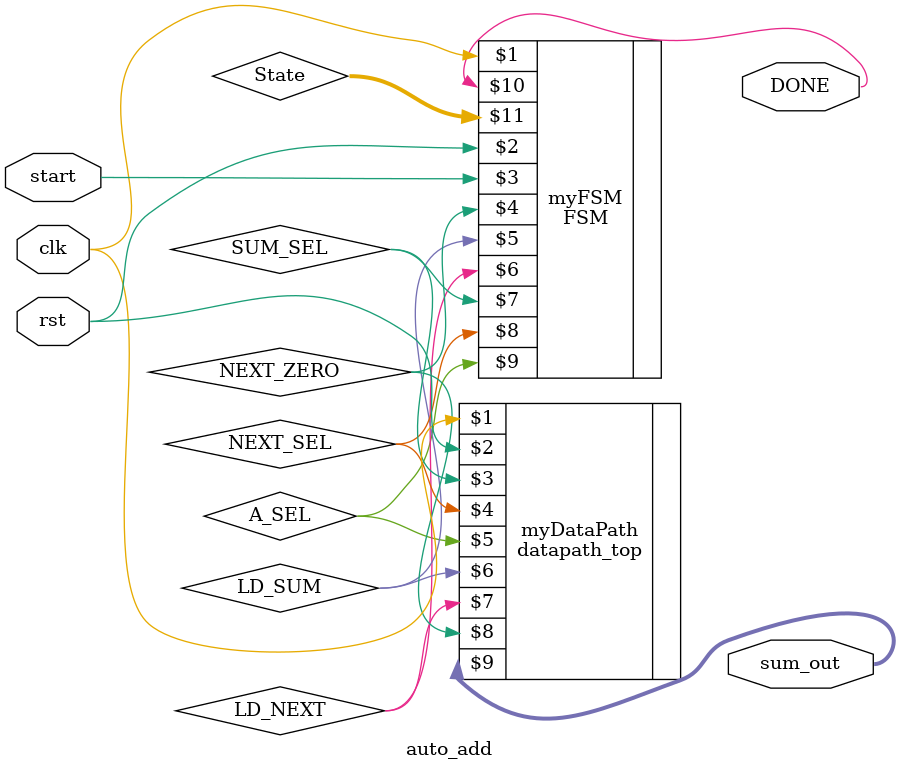
<source format=v>
`timescale 1ns / 1ps


`timescale 1ns / 1ps
module auto_add(clk,rst,start,DONE,sum_out);
    parameter WIDTH = 32;
    parameter ADDR_WIDTH = 32;
    parameter SUM_FILE = "sum_init.mem";
    input clk,rst,start;
    output DONE;
    output [WIDTH-1:0] sum_out;
    
    wire [1:0] State;

    FSM myFSM(clk,rst,start, NEXT_ZERO, LD_SUM, LD_NEXT, SUM_SEL, NEXT_SEL, A_SEL, DONE, State);
    datapath_top #(WIDTH, ADDR_WIDTH, SUM_FILE) myDataPath(clk, rst, SUM_SEL, NEXT_SEL, A_SEL, LD_SUM, LD_NEXT, NEXT_ZERO, sum_out);
    
    assign next_zero = NEXT_ZERO ? 1 : 0 ;
    
endmodule

</source>
